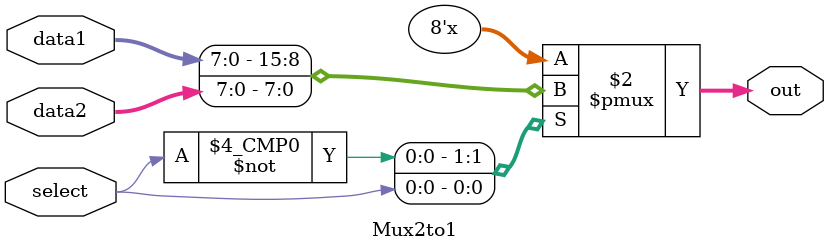
<source format=v>
`timescale 1ns / 1ps


module Mux2to1(input[8:0] data1, input[8:0] data2, input select, output reg[7:0] out);
    always @ (select, data1, data2) begin
        case (select)
            0 : out <= data1[7:0];
            1 : out <= data2[7:0];
        endcase   
    end     
endmodule

</source>
